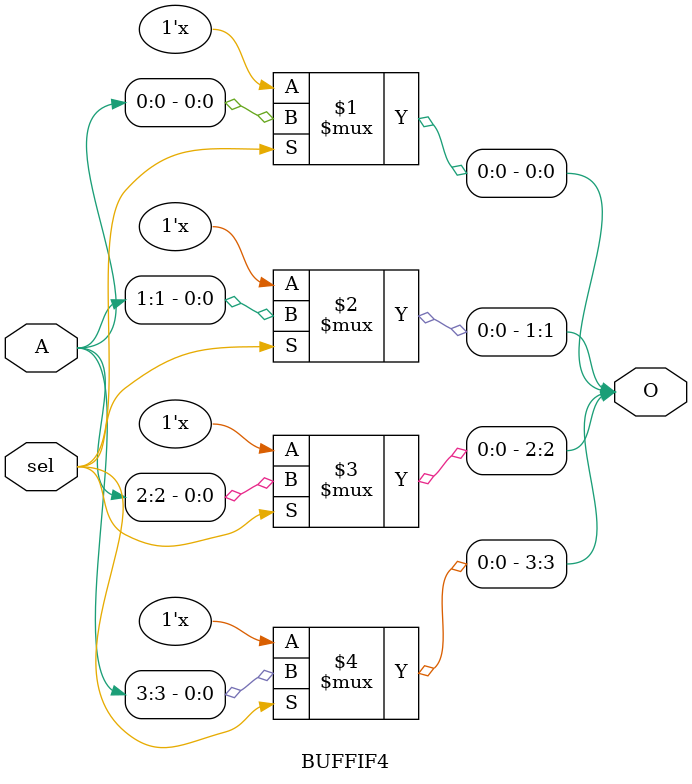
<source format=v>
module BUFFIF4(A, sel, O);
input[3:0] A;
input sel;
output[3:0] O;

bufif1 b0(O[0], A[0], sel);
bufif1 b1(O[1], A[1], sel);
bufif1 b2(O[2], A[2], sel);
bufif1 b3(O[3], A[3], sel);

endmodule

</source>
